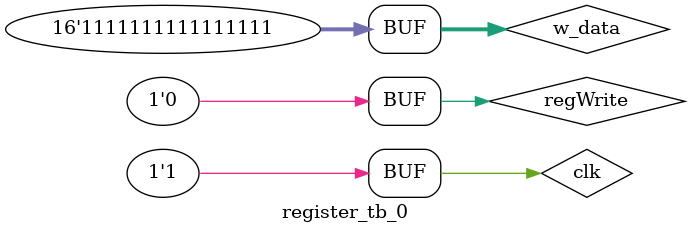
<source format=v>
`timescale 1ns / 1ps


module register_tb_0;

	// Inputs
	reg regWrite;
	reg clk;
	reg [15:0] w_data;

	// Outputs
	wire [15:0] r_data;

	// Instantiate the Unit Under Test (UUT)
	register uut (
		.regWrite(regWrite), 
		.clk(clk), 
		.w_data(w_data), 
		.r_data(r_data)
	);

	initial begin
		//case 1
		regWrite = 1;
		clk = 0;
		w_data = 1;
		#100;
		clk = 1;
		#100
		clk = 0;
		regWrite = 0;
		#100
		if(r_data != w_data)
			$display("Case1 : Fail");
		clk = 1;
		#100;
			
		//case 2
		regWrite = 1;
		clk = 0;
		w_data = 256;
		#100;
		clk = 1;
		#100
		clk = 0;
		regWrite = 0;
		#100
		if(r_data != w_data)
			$display("Case2 : Fail");
		clk = 1;
		#100;
		
		//case 3
		regWrite = 1;
		clk = 0;
		w_data = 'b1111111111111111;
		#100;
		clk = 1;
		#100
		clk = 0;
		regWrite = 0;
		#100
		if(r_data != w_data)
			$display("Case3 : Fail");
		clk = 1;
		#100;
	end
      
endmodule




</source>
